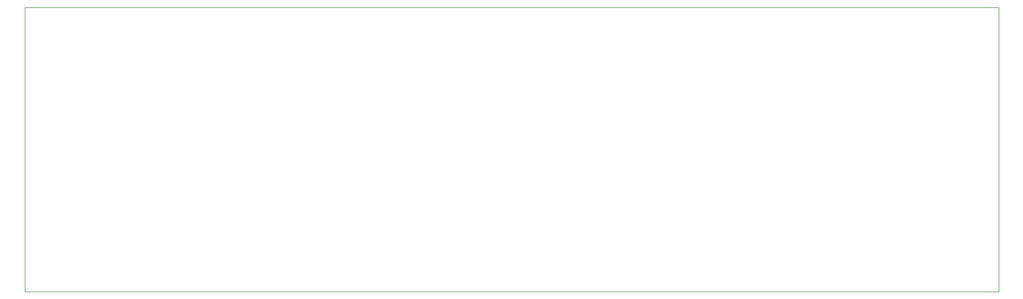
<source format=gbr>
%TF.GenerationSoftware,KiCad,Pcbnew,(5.1.8)-1*%
%TF.CreationDate,2020-11-30T17:22:19-08:00*%
%TF.ProjectId,BreakOutBoard,42726561-6b4f-4757-9442-6f6172642e6b,rev?*%
%TF.SameCoordinates,Original*%
%TF.FileFunction,Profile,NP*%
%FSLAX46Y46*%
G04 Gerber Fmt 4.6, Leading zero omitted, Abs format (unit mm)*
G04 Created by KiCad (PCBNEW (5.1.8)-1) date 2020-11-30 17:22:19*
%MOMM*%
%LPD*%
G01*
G04 APERTURE LIST*
%TA.AperFunction,Profile*%
%ADD10C,0.100000*%
%TD*%
G04 APERTURE END LIST*
D10*
X73200000Y-119600000D02*
X73200000Y-74000000D01*
X229400000Y-119600000D02*
X73200000Y-119600000D01*
X229400000Y-74000000D02*
X229400000Y-119600000D01*
X73200000Y-74000000D02*
X229400000Y-74000000D01*
M02*

</source>
